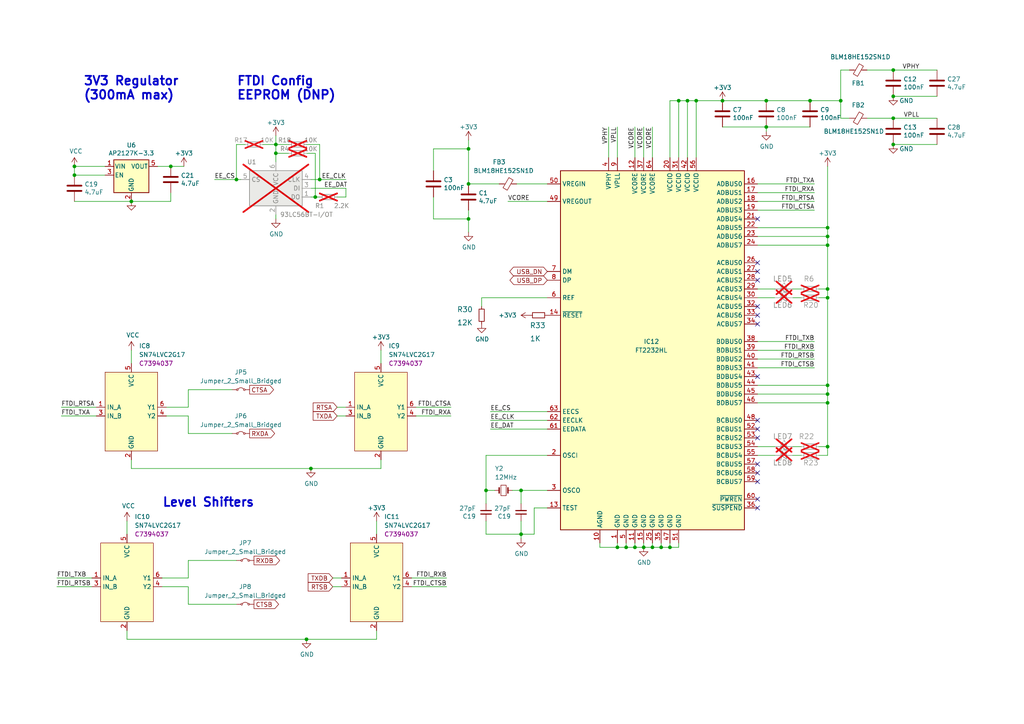
<source format=kicad_sch>
(kicad_sch (version 20231120) (generator "eeschema") (generator_version "8.0")
  (paper "A4")
  (title_block (title "ROSCO_M68K GENERAL PURPOSE MC68010 COMPUTER") (date "2024-06-09") (rev "2.2") (company "The Really Old-School Company Limited") (comment 1 "OSHWA UK000006 (https://certification.oshwa.org/uk000006.html)") (comment 2 "See https://github.com/roscopeco/rosco_m68k/blob/master/LICENCE.hardware.txt") (comment 3 "Open Source Hardware licenced under CERN Open Hardware Licence") (comment 4 "Copyright 2019-2024 Ross Bamford and Contributors"))
  (lib_symbols
    (symbol "Device:C" (pin_numbers hide) (pin_names (offset 0.254))
      (property "Reference" "C" (at 0.635 2.54 0))
      (property "Value" "C" (at 0.635 -2.54 0))
      (symbol "C_0_1"
        (polyline (pts (xy -2.032 -0.762) (xy 2.032 -0.762)) (stroke (width 0.508)))
        (polyline (pts (xy -2.032 0.762) (xy 2.032 0.762)) (stroke (width 0.508)))
      )
      (symbol "C_1_1"
        (pin passive line (at 0 3.81 270) (length 2.794) (name "~") (number "1"))
        (pin passive line (at 0 -3.81 90) (length 2.794) (name "~") (number "2"))
      )
    )
    (symbol "Device:C_Small" (pin_numbers hide) (pin_names (offset 0.254) hide)
      (property "Reference" "C" (at 0.254 1.778 0))
      (property "Value" "C_Small" (at 0.254 -2.032 0))
      (symbol "C_Small_0_1"
        (polyline (pts (xy -1.524 -0.508) (xy 1.524 -0.508)) (stroke (width 0.3302)))
        (polyline (pts (xy -1.524 0.508) (xy 1.524 0.508)) (stroke (width 0.3048)))
      )
      (symbol "C_Small_1_1"
        (pin passive line (at 0 2.54 270) (length 2.032) (name "~") (number "1"))
        (pin passive line (at 0 -2.54 90) (length 2.032) (name "~") (number "2"))
      )
    )
    (symbol "Device:Crystal_Small" (pin_numbers hide) (pin_names (offset 1.016) hide)
      (property "Reference" "Y" (at 0 2.54 0))
      (property "Value" "Crystal_Small" (at 0 -2.54 0))
      (symbol "Crystal_Small_0_1"
        (rectangle (start -0.762 -1.524) (end 0.762 1.524))
        (polyline (pts (xy -1.27 -0.762) (xy -1.27 0.762)) (stroke (width 0.381)))
        (polyline (pts (xy 1.27 -0.762) (xy 1.27 0.762)) (stroke (width 0.381)))
      )
      (symbol "Crystal_Small_1_1"
        (pin passive line (at -2.54 0 0) (length 1.27) (name "1") (number "1"))
        (pin passive line (at 2.54 0 180) (length 1.27) (name "2") (number "2"))
      )
    )
    (symbol "Device:FerriteBead_Small" (pin_numbers hide) (pin_names (offset 0))
      (property "Reference" "FB" (at 1.905 1.27 0))
      (property "Value" "FerriteBead_Small" (at 1.905 -1.27 0))
      (symbol "FerriteBead_Small_0_1"
        (polyline (pts (xy 0 -1.27) (xy 0 -0.7874)))
        (polyline (pts (xy 0 0.889) (xy 0 1.2954)))
        (polyline (pts (xy -1.8288 0.2794) (xy -1.1176 1.4986) (xy 1.8288 -0.2032) (xy 1.1176 -1.4224) (xy -1.8288 0.2794)))
      )
      (symbol "FerriteBead_Small_1_1"
        (pin passive line (at 0 2.54 270) (length 1.27) (name "~") (number "1"))
        (pin passive line (at 0 -2.54 90) (length 1.27) (name "~") (number "2"))
      )
    )
    (symbol "Device:LED_Small" (pin_numbers hide) (pin_names (offset 0.254) hide)
      (property "Reference" "D" (at -1.27 3.175 0))
      (property "Value" "LED_Small" (at -4.445 -2.54 0))
      (symbol "LED_Small_0_1"
        (polyline (pts (xy -0.762 -1.016) (xy -0.762 1.016)) (stroke (width 0.254)))
        (polyline (pts (xy 1.016 0) (xy -0.762 0)))
        (polyline (pts (xy 0.762 -1.016) (xy -0.762 0) (xy 0.762 1.016) (xy 0.762 -1.016)) (stroke (width 0.254)))
        (polyline (pts (xy 0 0.762) (xy -0.508 1.27) (xy -0.254 1.27) (xy -0.508 1.27) (xy -0.508 1.016)))
        (polyline (pts (xy 0.508 1.27) (xy 0 1.778) (xy 0.254 1.778) (xy 0 1.778) (xy 0 1.524)))
      )
      (symbol "LED_Small_1_1"
        (pin passive line (at -2.54 0 0) (length 1.778) (name "K") (number "1"))
        (pin passive line (at 2.54 0 180) (length 1.778) (name "A") (number "2"))
      )
    )
    (symbol "Device:R_Small" (pin_numbers hide) (pin_names (offset 0.254) hide)
      (property "Reference" "R" (at 0.762 0.508 0))
      (property "Value" "R_Small" (at 0.762 -1.016 0))
      (symbol "R_Small_0_1"
        (rectangle (start -0.762 1.778) (end 0.762 -1.778) (stroke (width 0.2032)))
      )
      (symbol "R_Small_1_1"
        (pin passive line (at 0 2.54 270) (length 0.762) (name "~") (number "1"))
        (pin passive line (at 0 -2.54 90) (length 0.762) (name "~") (number "2"))
      )
    )
    (symbol "Interface_USB:FT2232HL"
      (property "Reference" "U" (at -26.67 53.34 0))
      (property "Value" "FT2232HL" (at 19.05 53.34 0))
      (symbol "FT2232HL_0_1"
        (rectangle (start -26.67 -52.07) (end 26.67 52.07) (stroke (width 0.254)) (fill (type background)))
      )
      (symbol "FT2232HL_1_1"
        (pin power_in line (at -10.16 -55.88 90) (length 3.81) (name "GND") (number "1"))
        (pin power_in line (at -15.24 -55.88 90) (length 3.81) (name "AGND") (number "10"))
        (pin power_in line (at -5.08 -55.88 90) (length 3.81) (name "GND") (number "11"))
        (pin power_in line (at -5.08 55.88 270) (length 3.81) (name "VCORE") (number "12"))
        (pin input line (at -30.48 -45.72 0) (length 3.81) (name "TEST") (number "13"))
        (pin input line (at -30.48 10.16 0) (length 3.81) (name "~{RESET}") (number "14"))
        (pin power_in line (at -2.54 -55.88 90) (length 3.81) (name "GND") (number "15"))
        (pin bidirectional line (at 30.48 48.26 180) (length 3.81) (name "ADBUS0") (number "16"))
        (pin bidirectional line (at 30.48 45.72 180) (length 3.81) (name "ADBUS1") (number "17"))
        (pin bidirectional line (at 30.48 43.18 180) (length 3.81) (name "ADBUS2") (number "18"))
        (pin bidirectional line (at 30.48 40.64 180) (length 3.81) (name "ADBUS3") (number "19"))
        (pin input line (at -30.48 -30.48 0) (length 3.81) (name "OSCI") (number "2"))
        (pin power_in line (at 5.08 55.88 270) (length 3.81) (name "VCCIO") (number "20"))
        (pin bidirectional line (at 30.48 38.1 180) (length 3.81) (name "ADBUS4") (number "21"))
        (pin bidirectional line (at 30.48 35.56 180) (length 3.81) (name "ADBUS5") (number "22"))
        (pin bidirectional line (at 30.48 33.02 180) (length 3.81) (name "ADBUS6") (number "23"))
        (pin bidirectional line (at 30.48 30.48 180) (length 3.81) (name "ADBUS7") (number "24"))
        (pin power_in line (at 0 -55.88 90) (length 3.81) (name "GND") (number "25"))
        (pin bidirectional line (at 30.48 25.4 180) (length 3.81) (name "ACBUS0") (number "26"))
        (pin bidirectional line (at 30.48 22.86 180) (length 3.81) (name "ACBUS1") (number "27"))
        (pin bidirectional line (at 30.48 20.32 180) (length 3.81) (name "ACBUS2") (number "28"))
        (pin bidirectional line (at 30.48 17.78 180) (length 3.81) (name "ACBUS3") (number "29"))
        (pin output line (at -30.48 -40.64 0) (length 3.81) (name "OSCO") (number "3"))
        (pin bidirectional line (at 30.48 15.24 180) (length 3.81) (name "ACBUS4") (number "30"))
        (pin power_in line (at 7.62 55.88 270) (length 3.81) (name "VCCIO") (number "31"))
        (pin bidirectional line (at 30.48 12.7 180) (length 3.81) (name "ACBUS5") (number "32"))
        (pin bidirectional line (at 30.48 10.16 180) (length 3.81) (name "ACBUS6") (number "33"))
        (pin bidirectional line (at 30.48 7.62 180) (length 3.81) (name "ACBUS7") (number "34"))
        (pin power_in line (at 2.54 -55.88 90) (length 3.81) (name "GND") (number "35"))
        (pin output line (at 30.48 -45.72 180) (length 3.81) (name "~{SUSPEND}") (number "36"))
        (pin power_in line (at -2.54 55.88 270) (length 3.81) (name "VCORE") (number "37"))
        (pin bidirectional line (at 30.48 2.54 180) (length 3.81) (name "BDBUS0") (number "38"))
        (pin bidirectional line (at 30.48 0 180) (length 3.81) (name "BDBUS1") (number "39"))
        (pin power_in line (at -12.7 55.88 270) (length 3.81) (name "VPHY") (number "4"))
        (pin bidirectional line (at 30.48 -2.54 180) (length 3.81) (name "BDBUS2") (number "40"))
        (pin bidirectional line (at 30.48 -5.08 180) (length 3.81) (name "BDBUS3") (number "41"))
        (pin power_in line (at 10.16 55.88 270) (length 3.81) (name "VCCIO") (number "42"))
        (pin bidirectional line (at 30.48 -7.62 180) (length 3.81) (name "BDBUS4") (number "43"))
        (pin bidirectional line (at 30.48 -10.16 180) (length 3.81) (name "BDBUS5") (number "44"))
        (pin bidirectional line (at 30.48 -12.7 180) (length 3.81) (name "BDBUS6") (number "45"))
        (pin bidirectional line (at 30.48 -15.24 180) (length 3.81) (name "BDBUS7") (number "46"))
        (pin power_in line (at 5.08 -55.88 90) (length 3.81) (name "GND") (number "47"))
        (pin bidirectional line (at 30.48 -20.32 180) (length 3.81) (name "BCBUS0") (number "48"))
        (pin power_out line (at -30.48 43.18 0) (length 3.81) (name "VREGOUT") (number "49"))
        (pin power_in line (at -7.62 -55.88 90) (length 3.81) (name "GND") (number "5"))
        (pin power_in line (at -30.48 48.26 0) (length 3.81) (name "VREGIN") (number "50"))
        (pin power_in line (at 7.62 -55.88 90) (length 3.81) (name "GND") (number "51"))
        (pin bidirectional line (at 30.48 -22.86 180) (length 3.81) (name "BCBUS1") (number "52"))
        (pin bidirectional line (at 30.48 -25.4 180) (length 3.81) (name "BCBUS2") (number "53"))
        (pin bidirectional line (at 30.48 -27.94 180) (length 3.81) (name "BCBUS3") (number "54"))
        (pin bidirectional line (at 30.48 -30.48 180) (length 3.81) (name "BCBUS4") (number "55"))
        (pin power_in line (at 12.7 55.88 270) (length 3.81) (name "VCCIO") (number "56"))
        (pin bidirectional line (at 30.48 -33.02 180) (length 3.81) (name "BCBUS5") (number "57"))
        (pin bidirectional line (at 30.48 -35.56 180) (length 3.81) (name "BCBUS6") (number "58"))
        (pin bidirectional line (at 30.48 -38.1 180) (length 3.81) (name "BCBUS7") (number "59"))
        (pin output line (at -30.48 15.24 0) (length 3.81) (name "REF") (number "6"))
        (pin output line (at 30.48 -43.18 180) (length 3.81) (name "~{PWREN}") (number "60"))
        (pin bidirectional line (at -30.48 -22.86 0) (length 3.81) (name "EEDATA") (number "61"))
        (pin output line (at -30.48 -20.32 0) (length 3.81) (name "EECLK") (number "62"))
        (pin output line (at -30.48 -17.78 0) (length 3.81) (name "EECS") (number "63"))
        (pin power_in line (at 0 55.88 270) (length 3.81) (name "VCORE") (number "64"))
        (pin bidirectional line (at -30.48 22.86 0) (length 3.81) (name "DM") (number "7"))
        (pin bidirectional line (at -30.48 20.32 0) (length 3.81) (name "DP") (number "8"))
        (pin input line (at -10.16 55.88 270) (length 3.81) (name "VPLL") (number "9"))
      )
    )
    (symbol "Jumper:Jumper_2_Small_Bridged" (pin_numbers hide) (pin_names (offset 0) hide) (exclude_from_sim yes)
      (property "Reference" "JP" (at 0 2.032 0))
      (property "Value" "Jumper_2_Small_Bridged" (at 0 -2.286 0))
      (symbol "Jumper_2_Small_Bridged_0_0"
        (circle (center -1.016 0) (radius 0.254))
        (circle (center 1.016 0) (radius 0.254))
      )
      (symbol "Jumper_2_Small_Bridged_0_1"
        (arc (start 0.762 0.254) (mid 0 0.5696) (end -0.762 0.254))
      )
      (symbol "Jumper_2_Small_Bridged_1_1"
        (pin passive line (at -2.54 0 0) (length 1.27) (name "A") (number "1"))
        (pin passive line (at 2.54 0 180) (length 1.27) (name "B") (number "2"))
      )
    )
    (symbol "Regulator_Linear:AP2127K-3.3" (pin_names (offset 0.254))
      (property "Reference" "U" (at -5.08 5.715 0))
      (property "Value" "AP2127K-3.3" (at 0 5.715 0))
      (symbol "AP2127K-3.3_0_1"
        (rectangle (start -5.08 4.445) (end 5.08 -5.08) (stroke (width 0.254)) (fill (type background)))
      )
      (symbol "AP2127K-3.3_1_1"
        (pin power_in line (at -7.62 2.54 0) (length 2.54) (name "VIN") (number "1"))
        (pin power_in line (at 0 -7.62 90) (length 2.54) (name "GND") (number "2"))
        (pin input line (at -7.62 0 0) (length 2.54) (name "EN") (number "3"))
        (pin no_connect line (at 5.08 0 180) (length 2.54) hide (name "NC") (number "4"))
        (pin power_out line (at 7.62 2.54 180) (length 2.54) (name "VOUT") (number "5"))
      )
    )
    (symbol "UPduino Imports:93LCxxBxxOT-Memory_EEPROM"
      (property "Reference" "U" (at -6.35 6.35 0))
      (property "Value" "93LCxxBxxOT-Memory_EEPROM" (at 7.62 -6.35 0))
      (symbol "93LCxxBxxOT-Memory_EEPROM_0_1"
        (rectangle (start -7.62 5.08) (end 7.62 -5.08) (stroke (width 0.254)) (fill (type background)))
      )
      (symbol "93LCxxBxxOT-Memory_EEPROM_1_1"
        (pin tri_state line (at 10.16 -2.54 180) (length 2.54) (name "DO") (number "1"))
        (pin power_in line (at 0 -7.62 90) (length 2.54) (name "GND") (number "2"))
        (pin input line (at 10.16 0 180) (length 2.54) (name "DI") (number "3"))
        (pin input line (at 10.16 2.54 180) (length 2.54) (name "CLK") (number "4"))
        (pin input line (at -10.16 2.54 0) (length 2.54) (name "CS") (number "5"))
        (pin power_in line (at 0 7.62 270) (length 2.54) (name "VCC") (number "6"))
      )
    )
    (symbol "power:+3V3" (power) (pin_names (offset 0))
      (property "Value" "+3V3" (at 0 3.556 0))
      (symbol "+3V3_0_1"
        (polyline (pts (xy -0.762 1.27) (xy 0 2.54)))
        (polyline (pts (xy 0 0) (xy 0 2.54)))
        (polyline (pts (xy 0 2.54) (xy 0.762 1.27)))
      )
      (symbol "+3V3_1_1"
        (pin power_in line (at 0 0 90) (length 0) hide (name "+3V3") (number "1"))
      )
    )
    (symbol "power:GND" (power) (pin_names (offset 0))
      (property "Value" "GND" (at 0 -3.81 0))
      (symbol "GND_0_1"
        (polyline (pts (xy 0 0) (xy 0 -1.27) (xy 1.27 -1.27) (xy 0 -2.54) (xy -1.27 -1.27) (xy 0 -1.27)))
      )
      (symbol "GND_1_1"
        (pin power_in line (at 0 0 270) (length 0) hide (name "GND") (number "1"))
      )
    )
    (symbol "power:VCC" (power) (pin_names (offset 0))
      (property "Value" "VCC" (at 0 3.81 0))
      (symbol "VCC_0_1"
        (polyline (pts (xy -0.762 1.27) (xy 0 2.54)))
        (polyline (pts (xy 0 0) (xy 0 2.54)))
        (polyline (pts (xy 0 2.54) (xy 0.762 1.27)))
      )
      (symbol "VCC_1_1"
        (pin power_in line (at 0 0 90) (length 0) hide (name "VCC") (number "1"))
      )
    )
    (symbol "rosco_m68k:SN74LVC2G17"
      (property "Reference" "IC" (at 0 0 0))
      (property "Value" "SN74LVC2G17" (at 0 5.08 0))
      (property "LCSC" "C7394037" (at 0 -33.02 0))
      (symbol "SN74LVC2G17_1_1"
        (rectangle (start -7.62 11.43) (end 7.62 -11.43) (fill (type background)))
        (pin input line (at -10.16 1.27 0) (length 2.54) (name "IN_A") (number "1"))
        (pin power_in line (at 0 -13.97 90) (length 2.54) (name "GND") (number "2"))
        (pin input line (at -10.16 -1.27 0) (length 2.54) (name "IN_B") (number "3"))
        (pin output line (at 10.16 -1.27 180) (length 2.54) (name "Y2") (number "4"))
        (pin power_in line (at 0 13.97 270) (length 2.54) (name "VCC") (number "5"))
        (pin output line (at 10.16 1.27 180) (length 2.54) (name "Y1") (number "6"))
      )
    )
  )
  (junction (at 49.53 48.26))
  (junction (at 240.03 111.76))
  (junction (at 234.95 29.21))
  (junction (at 80.01 44.45))
  (junction (at 92.71 52.07))
  (junction (at 135.89 53.34))
  (junction (at 151.13 142.24))
  (junction (at 240.03 68.58))
  (junction (at 222.25 36.83))
  (junction (at 222.25 29.21))
  (junction (at 194.31 158.75))
  (junction (at 38.1 58.42))
  (junction (at 135.89 63.5))
  (junction (at 80.01 41.91))
  (junction (at 240.03 86.36))
  (junction (at 21.59 50.8))
  (junction (at 196.85 29.21))
  (junction (at 151.13 154.94))
  (junction (at 240.03 66.04))
  (junction (at 209.55 29.21))
  (junction (at 91.44 57.15))
  (junction (at 201.93 29.21))
  (junction (at 135.89 43.18))
  (junction (at 240.03 114.3))
  (junction (at 199.39 29.21))
  (junction (at 140.97 142.24))
  (junction (at 243.84 29.21))
  (junction (at 259.08 34.29))
  (junction (at 259.08 41.91))
  (junction (at 240.03 83.82))
  (junction (at 88.9 185.42))
  (junction (at 90.17 135.89))
  (junction (at 240.03 116.84))
  (junction (at 259.08 27.94))
  (junction (at 259.08 20.32))
  (junction (at 179.07 158.75))
  (junction (at 240.03 71.12))
  (junction (at 68.58 52.07))
  (junction (at 191.77 158.75))
  (junction (at 181.61 158.75))
  (junction (at 21.59 48.26))
  (junction (at 186.69 158.75))
  (junction (at 240.03 129.54))
  (junction (at 189.23 158.75))
  (junction (at 184.15 158.75))
  (no_connect (at 219.71 127))
  (no_connect (at 219.71 76.2))
  (no_connect (at 219.71 93.98))
  (no_connect (at 219.71 139.7))
  (no_connect (at 219.71 88.9))
  (no_connect (at 219.71 134.62))
  (no_connect (at 219.71 144.78))
  (no_connect (at 219.71 147.32))
  (no_connect (at 219.71 78.74))
  (no_connect (at 219.71 91.44))
  (no_connect (at 219.71 63.5))
  (no_connect (at 219.71 81.28))
  (no_connect (at 219.71 137.16))
  (no_connect (at 219.71 124.46))
  (no_connect (at 219.71 121.92))
  (no_connect (at 219.71 109.22))
  (wire (pts (xy 219.71 55.88) (xy 236.22 55.88)))
  (wire (pts (xy 54.61 175.26) (xy 68.58 175.26)))
  (wire (pts (xy 240.03 116.84) (xy 240.03 114.3)))
  (wire (pts (xy 189.23 157.48) (xy 189.23 158.75)))
  (wire (pts (xy 219.71 104.14) (xy 236.22 104.14)))
  (wire (pts (xy 90.17 57.15) (xy 91.44 57.15)))
  (wire (pts (xy 186.69 36.83) (xy 186.69 45.72)))
  (wire (pts (xy 222.25 29.21) (xy 234.95 29.21)))
  (wire (pts (xy 135.89 63.5) (xy 135.89 60.96)))
  (wire (pts (xy 189.23 36.83) (xy 189.23 45.72)))
  (wire (pts (xy 154.94 147.32) (xy 154.94 154.94)))
  (wire (pts (xy 36.83 185.42) (xy 36.83 182.88)))
  (wire (pts (xy 80.01 41.91) (xy 80.01 39.37)))
  (wire (pts (xy 219.71 66.04) (xy 240.03 66.04)))
  (wire (pts (xy 179.07 158.75) (xy 181.61 158.75)))
  (wire (pts (xy 196.85 29.21) (xy 196.85 45.72)))
  (wire (pts (xy 140.97 142.24) (xy 143.51 142.24)))
  (wire (pts (xy 92.71 41.91) (xy 92.71 52.07)))
  (wire (pts (xy 194.31 45.72) (xy 194.31 29.21)))
  (wire (pts (xy 194.31 29.21) (xy 196.85 29.21)))
  (wire (pts (xy 125.73 63.5) (xy 135.89 63.5)))
  (wire (pts (xy 16.51 167.64) (xy 26.67 167.64)))
  (wire (pts (xy 54.61 162.56) (xy 68.58 162.56)))
  (wire (pts (xy 45.72 48.26) (xy 49.53 48.26)))
  (wire (pts (xy 140.97 132.08) (xy 158.75 132.08)))
  (wire (pts (xy 219.71 71.12) (xy 240.03 71.12)))
  (wire (pts (xy 119.38 167.64) (xy 129.54 167.64)))
  (wire (pts (xy 48.26 118.11) (xy 54.61 118.11)))
  (wire (pts (xy 189.23 158.75) (xy 191.77 158.75)))
  (wire (pts (xy 222.25 36.83) (xy 234.95 36.83)))
  (wire (pts (xy 100.33 57.15) (xy 100.33 54.61)))
  (wire (pts (xy 237.49 132.08) (xy 240.03 132.08)))
  (wire (pts (xy 224.79 86.36) (xy 219.71 86.36)))
  (wire (pts (xy 237.49 129.54) (xy 240.03 129.54)))
  (wire (pts (xy 259.08 34.29) (xy 271.78 34.29)))
  (wire (pts (xy 191.77 157.48) (xy 191.77 158.75)))
  (wire (pts (xy 219.71 101.6) (xy 236.22 101.6)))
  (wire (pts (xy 68.58 41.91) (xy 68.58 52.07)))
  (wire (pts (xy 110.49 135.89) (xy 110.49 133.35)))
  (wire (pts (xy 158.75 119.38) (xy 142.24 119.38)))
  (wire (pts (xy 271.78 27.94) (xy 259.08 27.94)))
  (wire (pts (xy 219.71 53.34) (xy 236.22 53.34)))
  (wire (pts (xy 158.75 142.24) (xy 151.13 142.24)))
  (wire (pts (xy 224.79 132.08) (xy 219.71 132.08)))
  (wire (pts (xy 91.44 57.15) (xy 92.71 57.15)))
  (wire (pts (xy 201.93 29.21) (xy 209.55 29.21)))
  (wire (pts (xy 97.79 118.11) (xy 100.33 118.11)))
  (wire (pts (xy 54.61 125.73) (xy 67.31 125.73)))
  (wire (pts (xy 135.89 67.31) (xy 135.89 63.5)))
  (wire (pts (xy 219.71 68.58) (xy 240.03 68.58)))
  (wire (pts (xy 151.13 151.13) (xy 151.13 154.94)))
  (wire (pts (xy 83.82 44.45) (xy 80.01 44.45)))
  (wire (pts (xy 209.55 29.21) (xy 222.25 29.21)))
  (wire (pts (xy 135.89 53.34) (xy 144.78 53.34)))
  (wire (pts (xy 184.15 157.48) (xy 184.15 158.75)))
  (wire (pts (xy 199.39 29.21) (xy 201.93 29.21)))
  (wire (pts (xy 237.49 83.82) (xy 240.03 83.82)))
  (wire (pts (xy 54.61 167.64) (xy 54.61 162.56)))
  (wire (pts (xy 234.95 29.21) (xy 243.84 29.21)))
  (wire (pts (xy 219.71 116.84) (xy 240.03 116.84)))
  (wire (pts (xy 69.85 52.07) (xy 68.58 52.07)))
  (wire (pts (xy 149.86 53.34) (xy 158.75 53.34)))
  (wire (pts (xy 229.87 129.54) (xy 232.41 129.54)))
  (wire (pts (xy 88.9 41.91) (xy 92.71 41.91)))
  (wire (pts (xy 224.79 129.54) (xy 219.71 129.54)))
  (wire (pts (xy 125.73 57.15) (xy 125.73 63.5)))
  (wire (pts (xy 240.03 114.3) (xy 240.03 111.76)))
  (wire (pts (xy 90.17 135.89) (xy 38.1 135.89)))
  (wire (pts (xy 158.75 121.92) (xy 142.24 121.92)))
  (wire (pts (xy 240.03 68.58) (xy 240.03 66.04)))
  (wire (pts (xy 38.1 135.89) (xy 38.1 133.35)))
  (wire (pts (xy 251.46 34.29) (xy 259.08 34.29)))
  (wire (pts (xy 21.59 50.8) (xy 30.48 50.8)))
  (wire (pts (xy 140.97 151.13) (xy 140.97 154.94)))
  (wire (pts (xy 17.78 120.65) (xy 27.94 120.65)))
  (wire (pts (xy 68.58 52.07) (xy 62.23 52.07)))
  (wire (pts (xy 109.22 151.13) (xy 109.22 154.94)))
  (wire (pts (xy 184.15 36.83) (xy 184.15 45.72)))
  (wire (pts (xy 48.26 120.65) (xy 54.61 120.65)))
  (wire (pts (xy 151.13 154.94) (xy 151.13 156.21)))
  (wire (pts (xy 243.84 20.32) (xy 246.38 20.32)))
  (wire (pts (xy 229.87 86.36) (xy 232.41 86.36)))
  (wire (pts (xy 125.73 43.18) (xy 135.89 43.18)))
  (wire (pts (xy 176.53 36.83) (xy 176.53 45.72)))
  (wire (pts (xy 184.15 158.75) (xy 186.69 158.75)))
  (wire (pts (xy 186.69 158.75) (xy 189.23 158.75)))
  (wire (pts (xy 140.97 132.08) (xy 140.97 142.24)))
  (wire (pts (xy 46.99 167.64) (xy 54.61 167.64)))
  (wire (pts (xy 120.65 118.11) (xy 130.81 118.11)))
  (wire (pts (xy 92.71 52.07) (xy 100.33 52.07)))
  (wire (pts (xy 240.03 86.36) (xy 240.03 83.82)))
  (wire (pts (xy 219.71 99.06) (xy 236.22 99.06)))
  (wire (pts (xy 46.99 170.18) (xy 54.61 170.18)))
  (wire (pts (xy 186.69 157.48) (xy 186.69 158.75)))
  (wire (pts (xy 229.87 83.82) (xy 232.41 83.82)))
  (wire (pts (xy 240.03 66.04) (xy 240.03 48.26)))
  (wire (pts (xy 125.73 49.53) (xy 125.73 43.18)))
  (wire (pts (xy 222.25 38.1) (xy 222.25 36.83)))
  (wire (pts (xy 240.03 129.54) (xy 240.03 116.84)))
  (wire (pts (xy 237.49 86.36) (xy 240.03 86.36)))
  (wire (pts (xy 135.89 40.64) (xy 135.89 43.18)))
  (wire (pts (xy 151.13 146.05) (xy 151.13 142.24)))
  (wire (pts (xy 17.78 118.11) (xy 27.94 118.11)))
  (wire (pts (xy 148.59 142.24) (xy 151.13 142.24)))
  (wire (pts (xy 151.13 154.94) (xy 140.97 154.94)))
  (wire (pts (xy 240.03 83.82) (xy 240.03 71.12)))
  (wire (pts (xy 158.75 147.32) (xy 154.94 147.32)))
  (wire (pts (xy 83.82 41.91) (xy 80.01 41.91)))
  (wire (pts (xy 96.52 167.64) (xy 99.06 167.64)))
  (wire (pts (xy 194.31 157.48) (xy 194.31 158.75)))
  (wire (pts (xy 90.17 54.61) (xy 100.33 54.61)))
  (wire (pts (xy 147.32 58.42) (xy 158.75 58.42)))
  (wire (pts (xy 38.1 101.6) (xy 38.1 105.41)))
  (wire (pts (xy 181.61 157.48) (xy 181.61 158.75)))
  (wire (pts (xy 97.79 120.65) (xy 100.33 120.65)))
  (wire (pts (xy 243.84 34.29) (xy 246.38 34.29)))
  (wire (pts (xy 259.08 20.32) (xy 271.78 20.32)))
  (wire (pts (xy 201.93 29.21) (xy 201.93 45.72)))
  (wire (pts (xy 120.65 120.65) (xy 130.81 120.65)))
  (wire (pts (xy 54.61 118.11) (xy 54.61 113.03)))
  (wire (pts (xy 196.85 158.75) (xy 196.85 157.48)))
  (wire (pts (xy 16.51 170.18) (xy 26.67 170.18)))
  (wire (pts (xy 54.61 170.18) (xy 54.61 175.26)))
  (wire (pts (xy 36.83 151.13) (xy 36.83 154.94)))
  (wire (pts (xy 21.59 50.8) (xy 21.59 48.26)))
  (wire (pts (xy 181.61 158.75) (xy 184.15 158.75)))
  (wire (pts (xy 49.53 48.26) (xy 53.34 48.26)))
  (wire (pts (xy 80.01 41.91) (xy 80.01 44.45)))
  (wire (pts (xy 199.39 29.21) (xy 199.39 45.72)))
  (wire (pts (xy 173.99 157.48) (xy 173.99 158.75)))
  (wire (pts (xy 271.78 41.91) (xy 259.08 41.91)))
  (wire (pts (xy 38.1 58.42) (xy 49.53 58.42)))
  (wire (pts (xy 119.38 170.18) (xy 129.54 170.18)))
  (wire (pts (xy 240.03 71.12) (xy 240.03 68.58)))
  (wire (pts (xy 240.03 132.08) (xy 240.03 129.54)))
  (wire (pts (xy 179.07 157.48) (xy 179.07 158.75)))
  (wire (pts (xy 91.44 44.45) (xy 91.44 57.15)))
  (wire (pts (xy 251.46 20.32) (xy 259.08 20.32)))
  (wire (pts (xy 219.71 60.96) (xy 236.22 60.96)))
  (wire (pts (xy 209.55 36.83) (xy 222.25 36.83)))
  (wire (pts (xy 140.97 142.24) (xy 140.97 146.05)))
  (wire (pts (xy 194.31 158.75) (xy 196.85 158.75)))
  (wire (pts (xy 21.59 48.26) (xy 30.48 48.26)))
  (wire (pts (xy 229.87 132.08) (xy 232.41 132.08)))
  (wire (pts (xy 97.79 57.15) (xy 100.33 57.15)))
  (wire (pts (xy 88.9 185.42) (xy 36.83 185.42)))
  (wire (pts (xy 154.94 154.94) (xy 151.13 154.94)))
  (wire (pts (xy 54.61 120.65) (xy 54.61 125.73)))
  (wire (pts (xy 219.71 58.42) (xy 236.22 58.42)))
  (wire (pts (xy 243.84 29.21) (xy 243.84 34.29)))
  (wire (pts (xy 158.75 124.46) (xy 142.24 124.46)))
  (wire (pts (xy 54.61 113.03) (xy 67.31 113.03)))
  (wire (pts (xy 96.52 170.18) (xy 99.06 170.18)))
  (wire (pts (xy 135.89 43.18) (xy 135.89 53.34)))
  (wire (pts (xy 219.71 111.76) (xy 240.03 111.76)))
  (wire (pts (xy 224.79 83.82) (xy 219.71 83.82)))
  (wire (pts (xy 173.99 158.75) (xy 179.07 158.75)))
  (wire (pts (xy 243.84 20.32) (xy 243.84 29.21)))
  (wire (pts (xy 80.01 44.45) (xy 80.01 46.99)))
  (wire (pts (xy 71.12 41.91) (xy 68.58 41.91)))
  (wire (pts (xy 196.85 29.21) (xy 199.39 29.21)))
  (wire (pts (xy 219.71 114.3) (xy 240.03 114.3)))
  (wire (pts (xy 240.03 111.76) (xy 240.03 86.36)))
  (wire (pts (xy 179.07 36.83) (xy 179.07 45.72)))
  (wire (pts (xy 88.9 44.45) (xy 91.44 44.45)))
  (wire (pts (xy 21.59 58.42) (xy 38.1 58.42)))
  (wire (pts (xy 139.7 86.36) (xy 158.75 86.36)))
  (wire (pts (xy 49.53 58.42) (xy 49.53 55.88)))
  (wire (pts (xy 80.01 63.5) (xy 80.01 62.23)))
  (wire (pts (xy 76.2 41.91) (xy 80.01 41.91)))
  (wire (pts (xy 90.17 135.89) (xy 110.49 135.89)))
  (wire (pts (xy 90.17 52.07) (xy 92.71 52.07)))
  (wire (pts (xy 88.9 185.42) (xy 109.22 185.42)))
  (wire (pts (xy 109.22 185.42) (xy 109.22 182.88)))
  (wire (pts (xy 110.49 101.6) (xy 110.49 105.41)))
  (wire (pts (xy 219.71 106.68) (xy 236.22 106.68)))
  (wire (pts (xy 139.7 88.9) (xy 139.7 86.36)))
  (wire (pts (xy 191.77 158.75) (xy 194.31 158.75)))
  (text "FTDI Config\nEEPROM (DNP)" (at 68.58 29.21 0) (effects (font (size 2.54 2.54) (thickness 0.508) (bold yes)) (justify left bottom)))
  (text "3V3 Regulator\n(300mA max)" (at 24.13 29.21 0) (effects (font (size 2.54 2.54) (thickness 0.508) (bold yes)) (justify left bottom)))
  (text "Level Shifters" (at 46.99 147.32 0) (effects (font (size 2.54 2.54) (thickness 0.508) (bold yes)) (justify left bottom)))
  (label "FTDI_TXA" (at 17.78 120.65 0))
  (label "FTDI_TXB" (at 236.22 99.06 180))
  (label "VPLL" (at 266.7 34.29 180))
  (label "FTDI_RTSA" (at 236.22 58.42 180))
  (label "EE_DAT" (at 142.24 124.46 0))
  (label "FTDI_CTSA" (at 236.22 60.96 180))
  (label "VCORE" (at 186.69 36.83 270))
  (label "VCORE" (at 184.15 36.83 270))
  (label "FTDI_TXA" (at 236.22 53.34 180))
  (label "VPLL" (at 179.07 36.83 270))
  (label "FTDI_RXB" (at 129.54 167.64 180))
  (label "EE_CLK" (at 142.24 121.92 0))
  (label "VCORE" (at 189.23 36.83 270))
  (label "EE_DAT" (at 93.98 54.61 0))
  (label "FTDI_RTSA" (at 17.78 118.11 0))
  (label "EE_CLK" (at 100.33 52.07 180))
  (label "FTDI_RXA" (at 236.22 55.88 180))
  (label "FTDI_RTSB" (at 236.22 104.14 180))
  (label "FTDI_CTSB" (at 129.54 170.18 180))
  (label "EE_CS" (at 142.24 119.38 0))
  (label "FTDI_RTSB" (at 16.51 170.18 0))
  (label "FTDI_CTSA" (at 130.81 118.11 180))
  (label "FTDI_RXB" (at 236.22 101.6 180))
  (label "FTDI_CTSB" (at 236.22 106.68 180))
  (label "EE_CS" (at 62.23 52.07 0))
  (label "FTDI_RXA" (at 130.81 120.65 180))
  (label "FTDI_TXB" (at 16.51 167.64 0))
  (label "VCORE" (at 147.32 58.42 0))
  (label "VPHY" (at 266.7 20.32 180))
  (label "VPHY" (at 176.53 36.83 270))
  (global_label "TXDB" (shape input) (at 96.52 167.64 180) (property "Intersheetrefs" "${INTERSHEET_REFS}" (effects (hide yes))))
  (global_label "RTSB" (shape input) (at 96.52 170.18 180) (property "Intersheetrefs" "${INTERSHEET_REFS}" (effects (hide yes))))
  (global_label "TXDA" (shape input) (at 97.79 120.65 180) (property "Intersheetrefs" "${INTERSHEET_REFS}" (effects (hide yes))))
  (global_label "CTSB" (shape output) (at 73.66 175.26 0) (property "Intersheetrefs" "${INTERSHEET_REFS}" (effects (hide yes))))
  (global_label "RXDA" (shape output) (at 72.39 125.73 0) (property "Intersheetrefs" "${INTERSHEET_REFS}" (effects (hide yes))))
  (global_label "RXDB" (shape output) (at 73.66 162.56 0) (property "Intersheetrefs" "${INTERSHEET_REFS}" (effects (hide yes))))
  (global_label "RTSA" (shape input) (at 97.79 118.11 180) (property "Intersheetrefs" "${INTERSHEET_REFS}" (effects (hide yes))))
  (global_label "USB_DP" (shape bidirectional) (at 158.75 81.28 180) (property "Intersheetrefs" "${INTERSHEET_REFS}" (effects (hide yes))))
  (global_label "CTSA" (shape output) (at 72.39 113.03 0) (property "Intersheetrefs" "${INTERSHEET_REFS}" (effects (hide yes))))
  (global_label "USB_DN" (shape bidirectional) (at 158.75 78.74 180) (property "Intersheetrefs" "${INTERSHEET_REFS}" (effects (hide yes))))
  (symbol (lib_id "power:VCC") (at 21.59 48.26 0) (unit 1)
    (property "Reference" "#PWR017" (effects (hide yes)))
    (property "Value" "VCC" (at 22.0218 43.8658 0))
  )
  (symbol (lib_id "power:GND") (at 259.08 41.91 0) (unit 1)
    (property "Reference" "#PWR029" (effects (hide yes)))
    (property "Value" "GND" (at 262.89 43.18 0))
    (instances (project "UPduino_v3.0" (path "" (reference "#PWR029") (unit 1))) (project "rosco_m68k" (path "" (reference "#PWR040") (unit 1))) (project "Xosera2" (path "" (reference "#PWR030") (unit 1))))
  )
  (symbol (lib_id "Device:C_Small") (at 151.13 148.59 180) (unit 1)
    (property "Reference" "C19" (at 148.209 149.7584 0) (effects (justify left)))
    (property "Value" "27pF" (at 148.209 147.447 0) (effects (justify left)))
    (property "Footprint" "Capacitor_SMD:C_0603_1608Metric" (effects (hide yes)))
    (property "LCSC" "C376778" (effects (hide yes)))
    (instances (project "UPduino_v3.0" (path "" (reference "C19") (unit 1))) (project "rosco_m68k" (path "" (reference "C42") (unit 1))) (project "Xosera2" (path "" (reference "C29") (unit 1))))
  )
  (symbol (lib_id "Device:C") (at 271.78 38.1 0) (unit 1)
    (property "Reference" "C28" (at 274.701 36.9316 0) (effects (justify left)))
    (property "Value" "4.7uF" (at 274.701 39.243 0) (effects (justify left)))
    (property "Footprint" "Capacitor_SMD:C_0603_1608Metric" (effects (hide yes)))
    (instances (project "UPduino_v3.0" (path "" (reference "C28") (unit 1))) (project "rosco_m68k" (path "" (reference "C40") (unit 1))) (project "Xosera2" (path "" (reference "C19") (unit 1))))
  )
  (symbol (lib_id "Device:C") (at 209.55 33.02 0) (unit 1)
    (property "Reference" "C7" (at 212.471 31.8516 0) (effects (justify left)))
    (property "Value" "100nF" (at 212.471 34.163 0) (effects (justify left)))
    (property "Footprint" "Capacitor_SMD:C_0402_1005Metric" (effects (hide yes)))
    (instances (project "UPduino_v3.0" (path "" (reference "C7") (unit 1))) (project "rosco_m68k" (path "" (reference "C34") (unit 1))) (project "Xosera2" (path "" (reference "C11") (unit 1))))
  )
  (symbol (lib_id "Device:FerriteBead_Small") (at 248.92 20.32 270) (unit 1)
    (property "Reference" "FB1" (at 248.92 24.13 90))
    (property "Value" "BLM18HE152SN1D" (at 249.555 16.51 90))
    (property "Footprint" "Inductor_SMD:L_0603_1608Metric" (effects (hide yes)))
    (property "LCSC" "C82155" (effects (hide yes)))
    (instances (project "UPduino_v3.0" (path "" (reference "FB1") (unit 1))) (project "rosco_m68k" (path "" (reference "FB2") (unit 1))) (project "Xosera2" (path "" (reference "FB2") (unit 1))))
  )
  (symbol (lib_id "rosco_m68k:SN74LVC2G17") (at 109.22 168.91 0) (unit 1)
    (property "Reference" "IC11" (at 111.4141 149.86 0) (effects (justify left)))
    (property "Value" "SN74LVC2G17" (at 111.4141 152.4 0) (effects (justify left)))
    (property "Footprint" "Package_TO_SOT_SMD:SOT-23-6" (effects (hide yes)))
    (property "Datasheet" "https://wmsc.lcsc.com/wmsc/upload/file/pdf/v2/lcsc/2306141736_UMW-Youtai-Semiconductor-Co---Ltd--SN74LVC2G17DBVR-UMW_C7394037.pdf" (effects (hide yes)))
    (property "LCSC" "C7394037" (at 111.4141 154.94 0) (effects (justify left)))
  )
  (symbol (lib_id "Device:C") (at 271.78 24.13 0) (unit 1)
    (property "Reference" "C27" (at 274.701 22.9616 0) (effects (justify left)))
    (property "Value" "4.7uF" (at 274.701 25.273 0) (effects (justify left)))
    (property "Footprint" "Capacitor_SMD:C_0603_1608Metric" (effects (hide yes)))
    (instances (project "UPduino_v3.0" (path "" (reference "C27") (unit 1))) (project "rosco_m68k" (path "" (reference "C39") (unit 1))) (project "Xosera2" (path "" (reference "C18") (unit 1))))
  )
  (symbol (lib_id "power:+3V3") (at 53.34 48.26 0) (unit 1)
    (property "Reference" "#PWR020" (effects (hide yes)))
    (property "Value" "+3V3" (at 53.34 44.45 0))
    (instances (project "rosco_m68k" (path "" (reference "#PWR020") (unit 1))) (project "Xosera2" (path "" (reference "#PWR097") (unit 1)) (path "" (reference "#PWR048") (unit 1))))
  )
  (symbol (lib_id "power:+3V3") (at 153.67 91.44 90) (unit 1)
    (property "Reference" "#PWR042" (effects (hide yes)))
    (property "Value" "+3V3" (at 149.86 91.44 90) (effects (justify left)))
    (instances (project "rosco_m68k" (path "" (reference "#PWR042") (unit 1))) (project "Xosera2" (path "" (reference "#PWR097") (unit 1)) (path "" (reference "#PWR048") (unit 1))))
  )
  (symbol (lib_id "power:GND") (at 139.7 93.98 0) (unit 1)
    (property "Reference" "#PWR044" (effects (hide yes)))
    (property "Value" "GND" (at 139.827 98.3742 0))
  )
  (symbol (lib_id "Jumper:Jumper_2_Small_Bridged") (at 71.12 175.26 0) (unit 1) (exclude_from_sim yes)
    (property "Reference" "JP8" (at 71.12 170.18 0))
    (property "Value" "Jumper_2_Small_Bridged" (at 71.12 172.72 0))
    (property "Footprint" "Jumper:SolderJumper-2_P1.3mm_Bridged_RoundedPad1.0x1.5mm" (effects (hide yes)))
    (property "Description" "Jumper, 2-pole, small symbol, bridged" (effects (hide yes)))
  )
  (symbol (lib_id "power:VCC") (at 36.83 151.13 0) (unit 1)
    (property "Reference" "#PWR024" (effects (hide yes)))
    (property "Value" "VCC" (at 37.2618 146.7358 0))
  )
  (symbol (lib_id "power:+3V3") (at 240.03 48.26 0) (unit 1)
    (property "Reference" "#PWR028" (effects (hide yes)))
    (property "Value" "+3V3" (at 240.03 44.45 0))
    (instances (project "rosco_m68k" (path "" (reference "#PWR028") (unit 1))) (project "Xosera2" (path "" (reference "#PWR097") (unit 1)) (path "" (reference "#PWR048") (unit 1))))
  )
  (symbol (lib_id "power:GND") (at 135.89 67.31 0) (unit 1)
    (property "Reference" "#PWR023" (effects (hide yes)))
    (property "Value" "GND" (at 136.017 71.7042 0))
  )
  (symbol (lib_id "Device:R_Small") (at 234.95 132.08 90) (unit 1) (in_bom no) (dnp yes)
    (property "Reference" "R23" (at 237.49 133.35 90) (effects (font (size 1.4986 1.4986)) (justify left bottom)))
    (property "Value" "2K" (effects (hide yes)))
    (property "Footprint" "Resistor_SMD:R_0402_1005Metric" (effects (hide yes)))
  )
  (symbol (lib_id "power:+3V3") (at 209.55 29.21 0) (unit 1)
    (property "Reference" "#PWR029" (effects (hide yes)))
    (property "Value" "+3V3" (at 209.55 25.4 0))
    (instances (project "rosco_m68k" (path "" (reference "#PWR029") (unit 1))) (project "Xosera2" (path "" (reference "#PWR097") (unit 1)) (path "" (reference "#PWR026") (unit 1))))
  )
  (symbol (lib_id "Device:LED_Small") (at 227.33 129.54 0) (unit 1) (in_bom no) (dnp yes)
    (property "Reference" "LED7" (at 229.87 125.73 0) (effects (font (size 1.4986 1.4986)) (justify right top)))
    (property "Value" "RED" (effects (hide yes)))
    (property "Footprint" "LED_SMD:LED_0805_2012Metric" (effects (hide yes)))
    (property "LCSC" "C84256" (effects (hide yes)))
  )
  (symbol (lib_id "power:+3V3") (at 109.22 151.13 0) (unit 1)
    (property "Reference" "#PWR027" (effects (hide yes)))
    (property "Value" "+3V3" (at 109.22 147.32 0))
    (instances (project "rosco_m68k" (path "" (reference "#PWR027") (unit 1))) (project "Xosera2" (path "" (reference "#PWR097") (unit 1)) (path "" (reference "#PWR048") (unit 1))))
  )
  (symbol (lib_id "Device:C") (at 21.59 54.61 0) (unit 1)
    (property "Reference" "C19" (at 24.511 53.4416 0) (effects (justify left)))
    (property "Value" "4.7uF" (at 24.511 55.753 0) (effects (justify left)))
    (property "Footprint" "Capacitor_SMD:C_0603_1608Metric" (effects (hide yes)))
    (instances (project "UPduino_v3.0" (path "" (reference "C19") (unit 1))) (project "rosco_m68k" (path "" (reference "C16") (unit 1))) (project "Xosera2" (path "" (reference "C29") (unit 1))))
  )
  (symbol (lib_id "Device:R_Small") (at 156.21 91.44 270) (unit 1)
    (property "Reference" "R33" (at 153.67 95.25 90) (effects (font (size 1.4986 1.4986)) (justify left bottom)))
    (property "Value" "1K" (at 153.67 99.06 90) (effects (font (size 1.4986 1.4986)) (justify left bottom)))
    (property "Footprint" "Resistor_SMD:R_0603_1608Metric" (effects (hide yes)))
  )
  (symbol (lib_id "Device:C") (at 259.08 38.1 0) (unit 1)
    (property "Reference" "C13" (at 262.001 36.9316 0) (effects (justify left)))
    (property "Value" "100nF" (at 262.001 39.243 0) (effects (justify left)))
    (property "Footprint" "Capacitor_SMD:C_0402_1005Metric" (effects (hide yes)))
    (instances (project "UPduino_v3.0" (path "" (reference "C13") (unit 1))) (project "rosco_m68k" (path "" (reference "C38") (unit 1))) (project "Xosera2" (path "" (reference "C16") (unit 1))))
  )
  (symbol (lib_id "Device:R_Small") (at 95.25 57.15 270) (unit 1) (in_bom no) (dnp yes)
    (property "Reference" "R1" (at 92.71 59.69 90))
    (property "Value" "2.2K" (at 99.06 59.69 90))
    (property "Footprint" "Resistor_SMD:R_0402_1005Metric" (effects (hide yes)))
    (instances (project "UPduino_v3.0" (path "" (reference "R1") (unit 1))) (project "rosco_m68k" (path "" (reference "R29") (unit 1))) (project "Xosera2" (path "" (reference "R5") (unit 1))))
  )
  (symbol (lib_id "power:+3V3") (at 135.89 40.64 0) (unit 1)
    (property "Reference" "#PWR022" (effects (hide yes)))
    (property "Value" "+3V3" (at 135.89 36.83 0))
    (instances (project "rosco_m68k" (path "" (reference "#PWR022") (unit 1))) (project "Xosera2" (path "" (reference "#PWR097") (unit 1)) (path "" (reference "#PWR048") (unit 1))))
  )
  (symbol (lib_id "Device:C") (at 222.25 33.02 0) (unit 1)
    (property "Reference" "C8" (at 225.171 31.8516 0) (effects (justify left)))
    (property "Value" "100nF" (at 225.171 34.163 0) (effects (justify left)))
    (property "Footprint" "Capacitor_SMD:C_0402_1005Metric" (effects (hide yes)))
    (instances (project "UPduino_v3.0" (path "" (reference "C8") (unit 1))) (project "rosco_m68k" (path "" (reference "C35") (unit 1))) (project "Xosera2" (path "" (reference "C12") (unit 1))))
  )
  (symbol (lib_id "Device:Crystal_Small") (at 146.05 142.24 0) (unit 1)
    (property "Reference" "Y2" (at 143.51 135.89 0) (effects (justify left)))
    (property "Value" "12MHz" (at 143.51 138.43 0) (effects (justify left)))
    (property "Footprint" "Crystal:Crystal_SMD_HC49-SD" (effects (hide yes)))
    (property "LCSC" "C2975357" (effects (hide yes)))
  )
  (symbol (lib_id "Jumper:Jumper_2_Small_Bridged") (at 69.85 113.03 0) (unit 1) (exclude_from_sim yes)
    (property "Reference" "JP5" (at 69.85 107.95 0))
    (property "Value" "Jumper_2_Small_Bridged" (at 69.85 110.49 0))
    (property "Footprint" "Jumper:SolderJumper-2_P1.3mm_Bridged_RoundedPad1.0x1.5mm" (effects (hide yes)))
    (property "Description" "Jumper, 2-pole, small symbol, bridged" (effects (hide yes)))
  )
  (symbol (lib_id "Device:FerriteBead_Small") (at 248.92 34.29 270) (unit 1)
    (property "Reference" "FB2" (at 248.92 30.48 90))
    (property "Value" "BLM18HE152SN1D" (at 247.65 38.1 90))
    (property "Footprint" "Inductor_SMD:L_0603_1608Metric" (effects (hide yes)))
    (instances (project "UPduino_v3.0" (path "" (reference "FB2") (unit 1))) (project "rosco_m68k" (path "" (reference "FB3") (unit 1))) (project "Xosera2" (path "" (reference "FB3") (unit 1))))
  )
  (symbol (lib_id "rosco_m68k:SN74LVC2G17") (at 36.83 168.91 0) (unit 1)
    (property "Reference" "IC10" (at 39.0241 149.86 0) (effects (justify left)))
    (property "Value" "SN74LVC2G17" (at 39.0241 152.4 0) (effects (justify left)))
    (property "Footprint" "Package_TO_SOT_SMD:SOT-23-6" (effects (hide yes)))
    (property "Datasheet" "https://wmsc.lcsc.com/wmsc/upload/file/pdf/v2/lcsc/2306141736_UMW-Youtai-Semiconductor-Co---Ltd--SN74LVC2G17DBVR-UMW_C7394037.pdf" (effects (hide yes)))
    (property "LCSC" "C7394037" (at 39.0241 154.94 0) (effects (justify left)))
  )
  (symbol (lib_id "power:+3V3") (at 80.01 39.37 0) (unit 1)
    (property "Reference" "#PWR031" (effects (hide yes)))
    (property "Value" "+3V3" (at 80.01 35.56 0))
    (instances (project "rosco_m68k" (path "" (reference "#PWR031") (unit 1))) (project "Xosera2" (path "" (reference "#PWR097") (unit 1)) (path "" (reference "#PWR08") (unit 1))))
  )
  (symbol (lib_id "Device:LED_Small") (at 227.33 83.82 0) (unit 1) (in_bom no) (dnp yes)
    (property "Reference" "LED5" (at 229.87 80.01 0) (effects (font (size 1.4986 1.4986)) (justify right top)))
    (property "Value" "RED" (effects (hide yes)))
    (property "Footprint" "LED_SMD:LED_0805_2012Metric" (effects (hide yes)))
    (property "LCSC" "C84256" (effects (hide yes)))
  )
  (symbol (lib_id "Device:C") (at 135.89 57.15 0) (unit 1)
    (property "Reference" "C1" (at 138.811 55.9816 0) (effects (justify left)))
    (property "Value" "4.7uF" (at 138.811 58.293 0) (effects (justify left)))
    (property "Footprint" "Capacitor_SMD:C_0603_1608Metric" (effects (hide yes)))
    (instances (project "UPduino_v3.0" (path "" (reference "C1") (unit 1))) (project "rosco_m68k" (path "" (reference "C23") (unit 1))) (project "Xosera2" (path "" (reference "C5") (unit 1))))
  )
  (symbol (lib_id "power:GND") (at 186.69 158.75 0) (unit 1)
    (property "Reference" "#PWR026" (effects (hide yes)))
    (property "Value" "GND" (at 186.817 163.1442 0))
  )
  (symbol (lib_id "power:GND") (at 151.13 156.21 0) (unit 1)
    (property "Reference" "#PWR041" (effects (hide yes)))
    (property "Value" "GND" (at 151.257 160.6042 0))
  )
  (symbol (lib_id "power:GND") (at 90.17 135.89 0) (unit 1)
    (property "Reference" "#PWR018" (effects (hide yes)))
    (property "Value" "GND" (at 90.297 140.2842 0))
  )
  (symbol (lib_id "power:+3V3") (at 110.49 101.6 0) (unit 1)
    (property "Reference" "#PWR021" (effects (hide yes)))
    (property "Value" "+3V3" (at 110.49 97.79 0))
    (instances (project "rosco_m68k" (path "" (reference "#PWR021") (unit 1))) (project "Xosera2" (path "" (reference "#PWR097") (unit 1)) (path "" (reference "#PWR048") (unit 1))))
  )
  (symbol (lib_id "Device:LED_Small") (at 227.33 132.08 0) (unit 1) (in_bom no) (dnp yes)
    (property "Reference" "LED8" (at 229.87 133.35 0) (effects (font (size 1.4986 1.4986)) (justify right top)))
    (property "Value" "RED" (effects (hide yes)))
    (property "Footprint" "LED_SMD:LED_0805_2012Metric" (effects (hide yes)))
    (property "LCSC" "C84256" (effects (hide yes)))
  )
  (symbol (lib_id "Device:C_Small") (at 140.97 148.59 180) (unit 1)
    (property "Reference" "C19" (at 138.049 149.7584 0) (effects (justify left)))
    (property "Value" "27pF" (at 138.049 147.447 0) (effects (justify left)))
    (property "Footprint" "Capacitor_SMD:C_0603_1608Metric" (effects (hide yes)))
    (property "LCSC" "C376778" (effects (hide yes)))
    (instances (project "UPduino_v3.0" (path "" (reference "C19") (unit 1))) (project "rosco_m68k" (path "" (reference "C41") (unit 1))) (project "Xosera2" (path "" (reference "C29") (unit 1))))
  )
  (symbol (lib_id "power:VCC") (at 38.1 101.6 0) (unit 1)
    (property "Reference" "#PWR016" (effects (hide yes)))
    (property "Value" "VCC" (at 38.5318 97.2058 0))
  )
  (symbol (lib_id "rosco_m68k:SN74LVC2G17") (at 110.49 119.38 0) (unit 1)
    (property "Reference" "IC9" (at 112.6841 100.33 0) (effects (justify left)))
    (property "Value" "SN74LVC2G17" (at 112.6841 102.87 0) (effects (justify left)))
    (property "Footprint" "Package_TO_SOT_SMD:SOT-23-6" (effects (hide yes)))
    (property "Datasheet" "https://wmsc.lcsc.com/wmsc/upload/file/pdf/v2/lcsc/2306141736_UMW-Youtai-Semiconductor-Co---Ltd--SN74LVC2G17DBVR-UMW_C7394037.pdf" (effects (hide yes)))
    (property "LCSC" "C7394037" (at 112.6841 105.41 0) (effects (justify left)))
  )
  (symbol (lib_id "rosco_m68k:SN74LVC2G17") (at 38.1 119.38 0) (unit 1)
    (property "Reference" "IC8" (at 40.2941 100.33 0) (effects (justify left)))
    (property "Value" "SN74LVC2G17" (at 40.2941 102.87 0) (effects (justify left)))
    (property "Footprint" "Package_TO_SOT_SMD:SOT-23-6" (effects (hide yes)))
    (property "Datasheet" "https://wmsc.lcsc.com/wmsc/upload/file/pdf/v2/lcsc/2306141736_UMW-Youtai-Semiconductor-Co---Ltd--SN74LVC2G17DBVR-UMW_C7394037.pdf" (effects (hide yes)))
    (property "LCSC" "C7394037" (at 40.2941 105.41 0) (effects (justify left)))
  )
  (symbol (lib_id "Device:C") (at 125.73 53.34 0) (unit 1)
    (property "Reference" "C3" (at 128.651 52.1716 0) (effects (justify left)))
    (property "Value" "100nF" (at 128.651 54.483 0) (effects (justify left)))
    (property "Footprint" "Capacitor_SMD:C_0402_1005Metric" (effects (hide yes)))
    (instances (project "UPduino_v3.0" (path "" (reference "C3") (unit 1))) (project "rosco_m68k" (path "" (reference "C33") (unit 1))) (project "Xosera2" (path "" (reference "C1") (unit 1))))
  )
  (symbol (lib_id "Device:C") (at 259.08 24.13 0) (unit 1)
    (property "Reference" "C12" (at 262.001 22.9616 0) (effects (justify left)))
    (property "Value" "100nF" (at 262.001 25.273 0) (effects (justify left)))
    (property "Footprint" "Capacitor_SMD:C_0402_1005Metric" (effects (hide yes)))
    (instances (project "UPduino_v3.0" (path "" (reference "C12") (unit 1))) (project "rosco_m68k" (path "" (reference "C37") (unit 1))) (project "Xosera2" (path "" (reference "C15") (unit 1))))
  )
  (symbol (lib_id "Device:R_Small") (at 86.36 44.45 270) (unit 1) (in_bom no) (dnp yes)
    (property "Reference" "R4" (at 82.55 43.18 90))
    (property "Value" "10K" (at 90.17 43.18 90))
    (property "Footprint" "Resistor_SMD:R_0402_1005Metric" (effects (hide yes)))
    (instances (project "UPduino_v3.0" (path "" (reference "R4") (unit 1))) (project "rosco_m68k" (path "" (reference "R26") (unit 1))) (project "Xosera2" (path "" (reference "R4") (unit 1))))
  )
  (symbol (lib_id "Device:C") (at 49.53 52.07 0) (unit 1)
    (property "Reference" "C21" (at 52.451 50.9016 0) (effects (justify left)))
    (property "Value" "4.7uF" (at 52.451 53.213 0) (effects (justify left)))
    (property "Footprint" "Capacitor_SMD:C_0603_1608Metric" (effects (hide yes)))
    (instances (project "UPduino_v3.0" (path "" (reference "C21") (unit 1))) (project "rosco_m68k" (path "" (reference "C20") (unit 1))) (project "Xosera2" (path "" (reference "C30") (unit 1))))
  )
  (symbol (lib_id "Device:R_Small") (at 73.66 41.91 270) (unit 1) (in_bom no) (dnp yes)
    (property "Reference" "R17" (at 69.85 40.64 90))
    (property "Value" "10K" (at 77.47 40.64 90))
    (property "Footprint" "Resistor_SMD:R_0402_1005Metric" (effects (hide yes)))
    (instances (project "UPduino_v3.0" (path "" (reference "R17") (unit 1))) (project "rosco_m68k" (path "" (reference "R24") (unit 1))) (project "Xosera2" (path "" (reference "R1") (unit 1))))
  )
  (symbol (lib_id "Interface_USB:FT2232HL") (at 189.23 101.6 0) (unit 1)
    (property "Reference" "IC12" (at 186.69 99.06 0) (effects (justify left)))
    (property "Value" "FT2232HL" (at 184.15 101.6 0) (effects (justify left)))
    (property "Footprint" "Package_QFP:LQFP-64_10x10mm_P0.5mm" (effects (hide yes)))
    (property "Datasheet" "https://www.ftdichip.com/Support/Documents/DataSheets/ICs/DS_FT2232H.pdf" (effects (hide yes)))
    (property "LCSC" "C27882" (effects (hide yes)))
  )
  (symbol (lib_id "power:GND") (at 80.01 63.5 0) (unit 1)
    (property "Reference" "#PWR03" (effects (hide yes)))
    (property "Value" "GND" (at 80.137 67.8942 0))
    (instances (project "UPduino_v3.0" (path "" (reference "#PWR03") (unit 1))) (project "rosco_m68k" (path "" (reference "#PWR032") (unit 1))) (project "Xosera2" (path "" (reference "#PWR09") (unit 1))))
  )
  (symbol (lib_id "power:GND") (at 88.9 185.42 0) (unit 1)
    (property "Reference" "#PWR025" (effects (hide yes)))
    (property "Value" "GND" (at 89.027 189.8142 0))
  )
  (symbol (lib_id "Device:C") (at 234.95 33.02 0) (unit 1)
    (property "Reference" "C9" (at 237.871 31.8516 0) (effects (justify left)))
    (property "Value" "100nF" (at 237.871 34.163 0) (effects (justify left)))
    (property "Footprint" "Capacitor_SMD:C_0402_1005Metric" (effects (hide yes)))
    (instances (project "UPduino_v3.0" (path "" (reference "C9") (unit 1))) (project "rosco_m68k" (path "" (reference "C36") (unit 1))) (project "Xosera2" (path "" (reference "C13") (unit 1))))
  )
  (symbol (lib_id "Device:R_Small") (at 234.95 129.54 90) (unit 1) (in_bom no) (dnp yes)
    (property "Reference" "R22" (at 236.22 125.73 90) (effects (font (size 1.4986 1.4986)) (justify left bottom)))
    (property "Value" "2K" (effects (hide yes)))
    (property "Footprint" "Resistor_SMD:R_0402_1005Metric" (effects (hide yes)))
  )
  (symbol (lib_id "Regulator_Linear:AP2127K-3.3") (at 38.1 50.8 0) (unit 1)
    (property "Reference" "U6" (at 38.1 42.1132 0))
    (property "Value" "AP2127K-3.3" (at 38.1 44.4246 0))
    (property "Footprint" "Package_TO_SOT_SMD:SOT-23-5" (effects (hide yes)))
    (property "Datasheet" "https://www.diodes.com/assets/Datasheets/AP2127.pdf" (effects (hide yes)))
    (instances (project "UPduino_v3.0" (path "" (reference "U6") (unit 1))) (project "rosco_m68k" (path "" (reference "U6") (unit 1))) (project "Xosera2" (path "" (reference "IC4") (unit 1))))
  )
  (symbol (lib_id "Device:FerriteBead_Small") (at 147.32 53.34 270) (unit 1)
    (property "Reference" "FB3" (at 144.78 46.99 90))
    (property "Value" "BLM18HE152SN1D" (at 146.05 49.53 90))
    (property "Footprint" "Inductor_SMD:L_0603_1608Metric" (effects (hide yes)))
    (instances (project "UPduino_v3.0" (path "" (reference "FB3") (unit 1))) (project "rosco_m68k" (path "" (reference "FB1") (unit 1))) (project "Xosera2" (path "" (reference "FB1") (unit 1))))
  )
  (symbol (lib_id "power:GND") (at 222.25 38.1 0) (unit 1)
    (property "Reference" "#PWR021" (effects (hide yes)))
    (property "Value" "GND" (at 222.377 42.4942 0))
    (instances (project "UPduino_v3.0" (path "" (reference "#PWR021") (unit 1))) (project "rosco_m68k" (path "" (reference "#PWR030") (unit 1))) (project "Xosera2" (path "" (reference "#PWR027") (unit 1))))
  )
  (symbol (lib_id "power:GND") (at 259.08 27.94 0) (unit 1)
    (property "Reference" "#PWR028" (effects (hide yes)))
    (property "Value" "GND" (at 262.89 29.21 0))
    (instances (project "UPduino_v3.0" (path "" (reference "#PWR028") (unit 1))) (project "rosco_m68k" (path "" (reference "#PWR033") (unit 1))) (project "Xosera2" (path "" (reference "#PWR029") (unit 1))))
  )
  (symbol (lib_id "Device:R_Small") (at 234.95 83.82 90) (unit 1) (in_bom no) (dnp yes)
    (property "Reference" "R6" (at 236.22 80.01 90) (effects (font (size 1.4986 1.4986)) (justify left bottom)))
    (property "Value" "2K" (effects (hide yes)))
    (property "Footprint" "Resistor_SMD:R_0402_1005Metric" (effects (hide yes)))
  )
  (symbol (lib_id "Device:R_Small") (at 86.36 41.91 270) (unit 1) (in_bom no) (dnp yes)
    (property "Reference" "R18" (at 82.55 40.64 90))
    (property "Value" "10K" (at 90.17 40.64 90))
    (property "Footprint" "Resistor_SMD:R_0402_1005Metric" (effects (hide yes)))
    (instances (project "UPduino_v3.0" (path "" (reference "R18") (unit 1))) (project "rosco_m68k" (path "" (reference "R25") (unit 1))) (project "Xosera2" (path "" (reference "R3") (unit 1))))
  )
  (symbol (lib_id "Device:LED_Small") (at 227.33 86.36 0) (unit 1) (in_bom no) (dnp yes)
    (property "Reference" "LED6" (at 229.87 87.63 0) (effects (font (size 1.4986 1.4986)) (justify right top)))
    (property "Value" "RED" (effects (hide yes)))
    (property "Footprint" "LED_SMD:LED_0805_2012Metric" (effects (hide yes)))
    (property "LCSC" "C84256" (effects (hide yes)))
  )
  (symbol (lib_id "power:GND") (at 38.1 58.42 0) (unit 1)
    (property "Reference" "#PWR051" (effects (hide yes)))
    (property "Value" "GND" (effects (hide yes)))
    (instances (project "UPduino_v3.0" (path "" (reference "#PWR051") (unit 1))) (project "rosco_m68k" (path "" (reference "#PWR019") (unit 1))) (project "Xosera2" (path "" (reference "#PWR052") (unit 1))))
  )
  (symbol (lib_id "UPduino Imports:93LCxxBxxOT-Memory_EEPROM") (at 80.01 54.61 0) (unit 1) (in_bom no) (dnp yes)
    (property "Reference" "U1" (at 73.025 46.99 0))
    (property "Value" "93LC56BT-I/OT" (at 88.9 62.23 0))
    (property "Footprint" "Package_TO_SOT_SMD:SOT-23-6" (effects (hide yes)))
    (property "Datasheet" "http://ww1.microchip.com/downloads/en/DeviceDoc/20001749K.pdf" (effects (hide yes)))
    (instances (project "UPduino_v3.0" (path "" (reference "U1") (unit 1))) (project "rosco_m68k" (path "" (reference "U8") (unit 1))) (project "Xosera2" (path "" (reference "IC1") (unit 1))))
  )
  (symbol (lib_id "Device:R_Small") (at 234.95 86.36 90) (unit 1) (in_bom no) (dnp yes)
    (property "Reference" "R20" (at 237.49 87.63 90) (effects (font (size 1.4986 1.4986)) (justify left bottom)))
    (property "Value" "2K" (effects (hide yes)))
    (property "Footprint" "Resistor_SMD:R_0402_1005Metric" (effects (hide yes)))
  )
  (symbol (lib_id "Jumper:Jumper_2_Small_Bridged") (at 71.12 162.56 0) (unit 1) (exclude_from_sim yes)
    (property "Reference" "JP7" (at 71.12 157.48 0))
    (property "Value" "Jumper_2_Small_Bridged" (at 71.12 160.02 0))
    (property "Footprint" "Jumper:SolderJumper-2_P1.3mm_Bridged_RoundedPad1.0x1.5mm" (effects (hide yes)))
    (property "Description" "Jumper, 2-pole, small symbol, bridged" (effects (hide yes)))
  )
  (symbol (lib_id "Device:R_Small") (at 139.7 91.44 180) (unit 1)
    (property "Reference" "R30" (at 137.16 88.9 0) (effects (font (size 1.4986 1.4986)) (justify left bottom)))
    (property "Value" "12K" (at 137.16 92.71 0) (effects (font (size 1.4986 1.4986)) (justify left bottom)))
    (property "Footprint" "Resistor_SMD:R_0603_1608Metric" (effects (hide yes)))
  )
  (symbol (lib_id "Jumper:Jumper_2_Small_Bridged") (at 69.85 125.73 0) (unit 1) (exclude_from_sim yes)
    (property "Reference" "JP6" (at 69.85 120.65 0))
    (property "Value" "Jumper_2_Small_Bridged" (at 69.85 123.19 0))
    (property "Footprint" "Jumper:SolderJumper-2_P1.3mm_Bridged_RoundedPad1.0x1.5mm" (effects (hide yes)))
    (property "Description" "Jumper, 2-pole, small symbol, bridged" (effects (hide yes)))
  )
)
</source>
